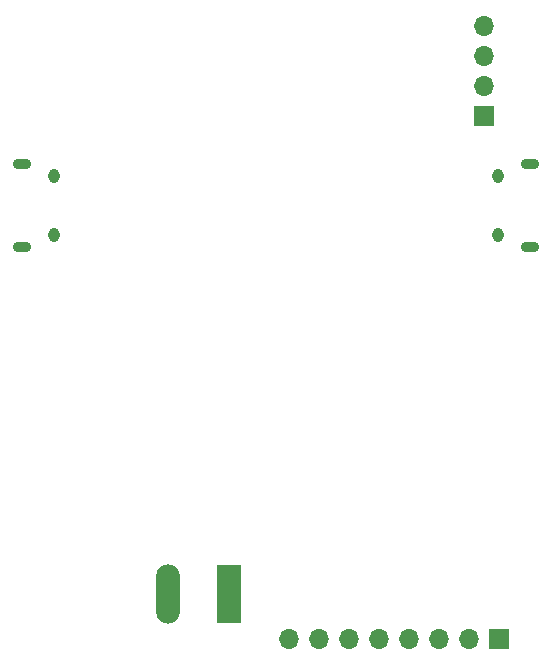
<source format=gbr>
%TF.GenerationSoftware,KiCad,Pcbnew,6.0.9+dfsg-1~bpo11+1*%
%TF.CreationDate,2022-12-22T20:36:38-06:00*%
%TF.ProjectId,CAE32_PCB,43414533-325f-4504-9342-2e6b69636164,rev?*%
%TF.SameCoordinates,Original*%
%TF.FileFunction,Soldermask,Bot*%
%TF.FilePolarity,Negative*%
%FSLAX46Y46*%
G04 Gerber Fmt 4.6, Leading zero omitted, Abs format (unit mm)*
G04 Created by KiCad (PCBNEW 6.0.9+dfsg-1~bpo11+1) date 2022-12-22 20:36:38*
%MOMM*%
%LPD*%
G01*
G04 APERTURE LIST*
%ADD10O,1.550000X0.890000*%
%ADD11O,0.950000X1.250000*%
%ADD12R,2.020000X5.020000*%
%ADD13O,2.020000X5.020000*%
%ADD14R,1.700000X1.700000*%
%ADD15O,1.700000X1.700000*%
G04 APERTURE END LIST*
D10*
%TO.C,J4*%
X171049000Y-111450000D03*
D11*
X168349000Y-117450000D03*
X168349000Y-112450000D03*
D10*
X171049000Y-118450000D03*
%TD*%
D12*
%TO.C,J5*%
X145536000Y-147828000D03*
D13*
X140356000Y-147828000D03*
%TD*%
D10*
%TO.C,J1*%
X128060000Y-118450000D03*
X128060000Y-111450000D03*
D11*
X130760000Y-112450000D03*
X130760000Y-117450000D03*
%TD*%
D14*
%TO.C,J3*%
X168387000Y-151663000D03*
D15*
X165847000Y-151663000D03*
X163307000Y-151663000D03*
X160767000Y-151663000D03*
X158227000Y-151663000D03*
X155687000Y-151663000D03*
X153147000Y-151663000D03*
X150607000Y-151663000D03*
%TD*%
D14*
%TO.C,J2*%
X167150000Y-107375000D03*
D15*
X167150000Y-104835000D03*
X167150000Y-102295000D03*
X167150000Y-99755000D03*
%TD*%
M02*

</source>
